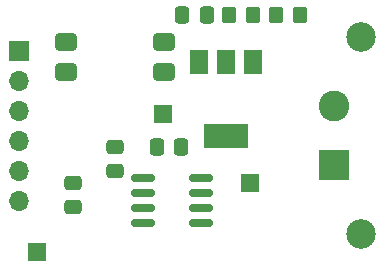
<source format=gts>
G04 #@! TF.GenerationSoftware,KiCad,Pcbnew,7.0.2*
G04 #@! TF.CreationDate,2023-10-11T21:35:40+02:00*
G04 #@! TF.ProjectId,aansturing lamp pcb,61616e73-7475-4726-996e-67206c616d70,rev?*
G04 #@! TF.SameCoordinates,Original*
G04 #@! TF.FileFunction,Soldermask,Top*
G04 #@! TF.FilePolarity,Negative*
%FSLAX46Y46*%
G04 Gerber Fmt 4.6, Leading zero omitted, Abs format (unit mm)*
G04 Created by KiCad (PCBNEW 7.0.2) date 2023-10-11 21:35:40*
%MOMM*%
%LPD*%
G01*
G04 APERTURE LIST*
G04 Aperture macros list*
%AMRoundRect*
0 Rectangle with rounded corners*
0 $1 Rounding radius*
0 $2 $3 $4 $5 $6 $7 $8 $9 X,Y pos of 4 corners*
0 Add a 4 corners polygon primitive as box body*
4,1,4,$2,$3,$4,$5,$6,$7,$8,$9,$2,$3,0*
0 Add four circle primitives for the rounded corners*
1,1,$1+$1,$2,$3*
1,1,$1+$1,$4,$5*
1,1,$1+$1,$6,$7*
1,1,$1+$1,$8,$9*
0 Add four rect primitives between the rounded corners*
20,1,$1+$1,$2,$3,$4,$5,0*
20,1,$1+$1,$4,$5,$6,$7,0*
20,1,$1+$1,$6,$7,$8,$9,0*
20,1,$1+$1,$8,$9,$2,$3,0*%
G04 Aperture macros list end*
%ADD10RoundRect,0.375000X0.575000X0.375000X-0.575000X0.375000X-0.575000X-0.375000X0.575000X-0.375000X0*%
%ADD11C,2.500000*%
%ADD12RoundRect,0.250000X0.337500X0.475000X-0.337500X0.475000X-0.337500X-0.475000X0.337500X-0.475000X0*%
%ADD13R,1.500000X1.500000*%
%ADD14R,1.500000X2.000000*%
%ADD15R,3.800000X2.000000*%
%ADD16RoundRect,0.250000X0.350000X0.450000X-0.350000X0.450000X-0.350000X-0.450000X0.350000X-0.450000X0*%
%ADD17RoundRect,0.250000X0.475000X-0.337500X0.475000X0.337500X-0.475000X0.337500X-0.475000X-0.337500X0*%
%ADD18R,2.600000X2.600000*%
%ADD19C,2.600000*%
%ADD20RoundRect,0.250000X-0.475000X0.337500X-0.475000X-0.337500X0.475000X-0.337500X0.475000X0.337500X0*%
%ADD21RoundRect,0.150000X0.825000X0.150000X-0.825000X0.150000X-0.825000X-0.150000X0.825000X-0.150000X0*%
%ADD22R,1.700000X1.700000*%
%ADD23O,1.700000X1.700000*%
G04 APERTURE END LIST*
D10*
X86019996Y-75438000D03*
X86019996Y-77978000D03*
X94319996Y-77978000D03*
X94319996Y-75438000D03*
D11*
X110998000Y-91694000D03*
D12*
X95779500Y-84328000D03*
X93704500Y-84328000D03*
D13*
X83566000Y-93218000D03*
D14*
X101868000Y-77114000D03*
X99568000Y-77114000D03*
D15*
X99568000Y-83414000D03*
D14*
X97268000Y-77114000D03*
D13*
X94234000Y-81534000D03*
X101600000Y-87376000D03*
D16*
X101838000Y-73152000D03*
X99838000Y-73152000D03*
D17*
X90170000Y-86381500D03*
X90170000Y-84306500D03*
D18*
X108712000Y-85852000D03*
D19*
X108712000Y-80852000D03*
D20*
X86614000Y-87354500D03*
X86614000Y-89429500D03*
D11*
X111000000Y-75000000D03*
D16*
X105775000Y-73152000D03*
X103775000Y-73152000D03*
D21*
X97471000Y-90805000D03*
X97471000Y-89535000D03*
X97471000Y-88265000D03*
X97471000Y-86995000D03*
X92521000Y-86995000D03*
X92521000Y-88265000D03*
X92521000Y-89535000D03*
X92521000Y-90805000D03*
D12*
X97938500Y-73152000D03*
X95863500Y-73152000D03*
D22*
X82042000Y-76200000D03*
D23*
X82042000Y-78740000D03*
X82042000Y-81280000D03*
X82042000Y-83820000D03*
X82042000Y-86360000D03*
X82042000Y-88900000D03*
M02*

</source>
